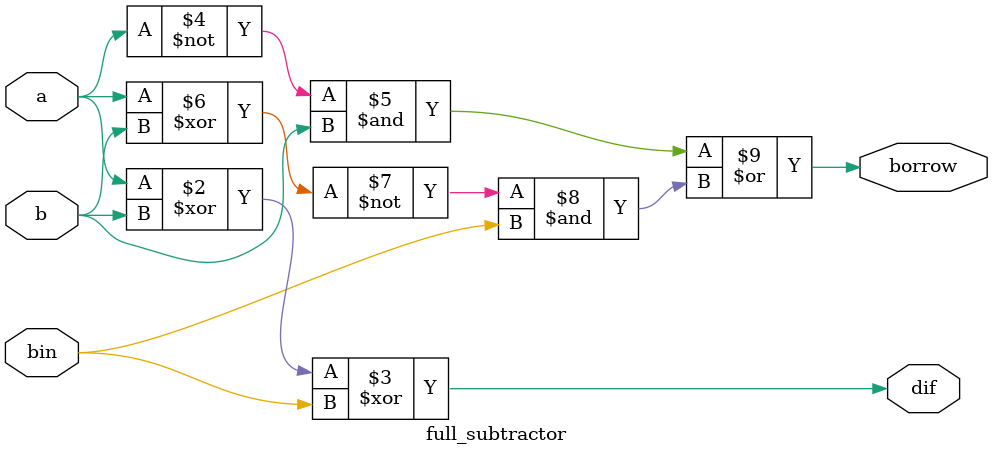
<source format=v>
module full_subtractor(input a,b,bin,output reg dif,borrow);
  always @(*)
    begin
      dif = a^b^bin;
      borrow = ~a&b|~(a^b)&bin;
    end
endmodule

</source>
